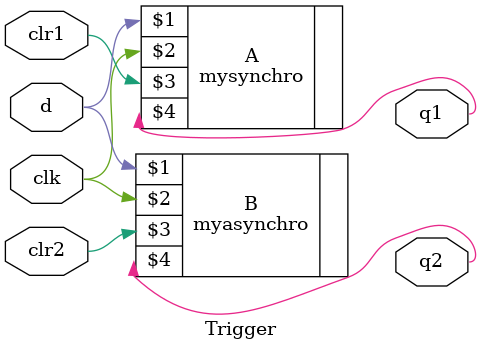
<source format=v>
module Trigger(d,clk,clr1,clr2,q1,q2);
	input d,clk,clr1,clr2;
	output q1,q2;
	mysynchro A(d,clk,clr1,q1);
	myasynchro B(d,clk,clr2,q2);
	
endmodule
	
</source>
